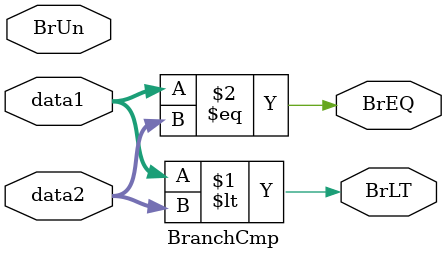
<source format=v>
/* verilator lint_off NULLPORT */
/* verilator lint_off UNUSEDSIGNAL */
module BranchCmp(
    input [31:0] data1,
    input [31:0] data2,
    input BrUn,
    output reg BrLT,
    output reg BrEQ,
);
    assign BrLT = (data1 < data2);
    assign BrEQ = (data1 == data2);
    // always @(BrUn) begin
    //     if (BrUn) begin
    //         BrLT = (data1 < data2);
    //         BrEQ = (data1 == data2);
    //     end
    // end
endmodule


</source>
